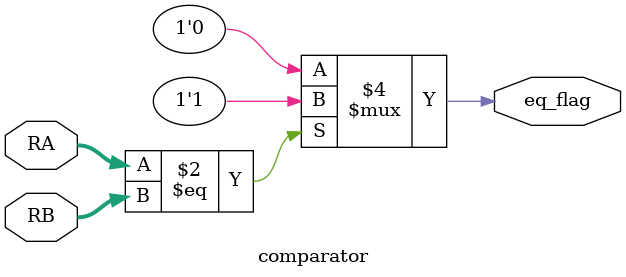
<source format=v>
module comparator(RA,RB,eq_flag);
input [15:0] RA,RB;
output reg eq_flag;
always @(RA,RB)
begin
if(RA==RB)
eq_flag=1'b1;
else
eq_flag=1'b0;
end
endmodule


</source>
